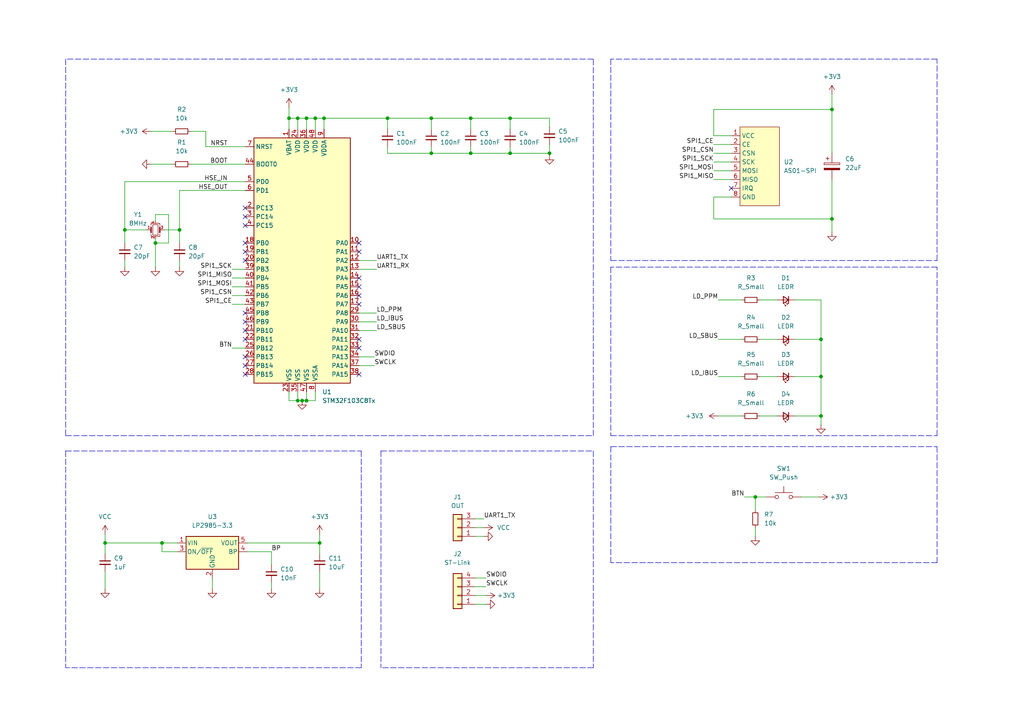
<source format=kicad_sch>
(kicad_sch (version 20211123) (generator eeschema)
  (paper "A4")
  (lib_symbols
    (symbol "Connector_Generic:Conn_01x03" (pin_names (offset 1.016) hide)
      (property "Reference" "J" (at 0 5.08 0))
      (property "Value" "Conn_01x03" (at 0 -5.08 0))
      (symbol "Conn_01x03_1_1"
        (rectangle (start -1.27 -2.413) (end 0 -2.667) (stroke (width 0.1524)))
        (rectangle (start -1.27 0.127) (end 0 -0.127) (stroke (width 0.1524)))
        (rectangle (start -1.27 2.667) (end 0 2.413) (stroke (width 0.1524)))
        (rectangle (start -1.27 3.81) (end 1.27 -3.81) (stroke (width 0.254)) (fill (type background)))
        (pin passive line (at -5.08 2.54 0) (length 3.81) (name "Pin_1") (number "1"))
        (pin passive line (at -5.08 0 0) (length 3.81) (name "Pin_2") (number "2"))
        (pin passive line (at -5.08 -2.54 0) (length 3.81) (name "Pin_3") (number "3"))
      )
    )
    (symbol "Connector_Generic:Conn_01x04" (pin_names (offset 1.016) hide)
      (property "Reference" "J" (at 0 5.08 0))
      (property "Value" "Conn_01x04" (at 0 -7.62 0))
      (symbol "Conn_01x04_1_1"
        (rectangle (start -1.27 -4.953) (end 0 -5.207) (stroke (width 0.1524)))
        (rectangle (start -1.27 -2.413) (end 0 -2.667) (stroke (width 0.1524)))
        (rectangle (start -1.27 0.127) (end 0 -0.127) (stroke (width 0.1524)))
        (rectangle (start -1.27 2.667) (end 0 2.413) (stroke (width 0.1524)))
        (rectangle (start -1.27 3.81) (end 1.27 -6.35) (stroke (width 0.254)) (fill (type background)))
        (pin passive line (at -5.08 2.54 0) (length 3.81) (name "Pin_1") (number "1"))
        (pin passive line (at -5.08 0 0) (length 3.81) (name "Pin_2") (number "2"))
        (pin passive line (at -5.08 -2.54 0) (length 3.81) (name "Pin_3") (number "3"))
        (pin passive line (at -5.08 -5.08 0) (length 3.81) (name "Pin_4") (number "4"))
      )
    )
    (symbol "Device:C_Polarized" (pin_numbers hide) (pin_names (offset 0.254))
      (property "Reference" "C" (at 0.635 2.54 0))
      (property "Value" "C_Polarized" (at 0.635 -2.54 0))
      (symbol "C_Polarized_0_1"
        (rectangle (start -2.286 0.508) (end 2.286 1.016))
        (polyline (pts (xy -1.778 2.286) (xy -0.762 2.286)))
        (polyline (pts (xy -1.27 2.794) (xy -1.27 1.778)))
        (rectangle (start 2.286 -0.508) (end -2.286 -1.016) (fill (type outline)))
      )
      (symbol "C_Polarized_1_1"
        (pin passive line (at 0 3.81 270) (length 2.794) (name "~") (number "1"))
        (pin passive line (at 0 -3.81 90) (length 2.794) (name "~") (number "2"))
      )
    )
    (symbol "Device:C_Small" (pin_numbers hide) (pin_names (offset 0.254) hide)
      (property "Reference" "C" (at 0.254 1.778 0))
      (property "Value" "C_Small" (at 0.254 -2.032 0))
      (symbol "C_Small_0_1"
        (polyline (pts (xy -1.524 -0.508) (xy 1.524 -0.508)) (stroke (width 0.3302)))
        (polyline (pts (xy -1.524 0.508) (xy 1.524 0.508)) (stroke (width 0.3048)))
      )
      (symbol "C_Small_1_1"
        (pin passive line (at 0 2.54 270) (length 2.032) (name "~") (number "1"))
        (pin passive line (at 0 -2.54 90) (length 2.032) (name "~") (number "2"))
      )
    )
    (symbol "Device:Crystal_GND24_Small" (pin_names (offset 1.016) hide)
      (property "Reference" "Y" (at 1.27 4.445 0))
      (property "Value" "Crystal_GND24_Small" (at 1.27 2.54 0))
      (symbol "Crystal_GND24_Small_0_1"
        (rectangle (start -0.762 -1.524) (end 0.762 1.524))
        (polyline (pts (xy -1.27 -0.762) (xy -1.27 0.762)) (stroke (width 0.381)))
        (polyline (pts (xy 1.27 -0.762) (xy 1.27 0.762)) (stroke (width 0.381)))
        (polyline (pts (xy -1.27 -1.27) (xy -1.27 -1.905) (xy 1.27 -1.905) (xy 1.27 -1.27)))
        (polyline (pts (xy -1.27 1.27) (xy -1.27 1.905) (xy 1.27 1.905) (xy 1.27 1.27)))
      )
      (symbol "Crystal_GND24_Small_1_1"
        (pin passive line (at -2.54 0 0) (length 1.27) (name "1") (number "1"))
        (pin passive line (at 0 -2.54 90) (length 0.635) (name "2") (number "2"))
        (pin passive line (at 2.54 0 180) (length 1.27) (name "3") (number "3"))
        (pin passive line (at 0 2.54 270) (length 0.635) (name "4") (number "4"))
      )
    )
    (symbol "Device:LED_Small" (pin_numbers hide) (pin_names (offset 0.254) hide)
      (property "Reference" "D" (at -1.27 3.175 0))
      (property "Value" "LED_Small" (at -4.445 -2.54 0))
      (symbol "LED_Small_0_1"
        (polyline (pts (xy -0.762 -1.016) (xy -0.762 1.016)) (stroke (width 0.254)))
        (polyline (pts (xy 1.016 0) (xy -0.762 0)))
        (polyline (pts (xy 0.762 -1.016) (xy -0.762 0) (xy 0.762 1.016) (xy 0.762 -1.016)) (stroke (width 0.254)))
        (polyline (pts (xy 0 0.762) (xy -0.508 1.27) (xy -0.254 1.27) (xy -0.508 1.27) (xy -0.508 1.016)))
        (polyline (pts (xy 0.508 1.27) (xy 0 1.778) (xy 0.254 1.778) (xy 0 1.778) (xy 0 1.524)))
      )
      (symbol "LED_Small_1_1"
        (pin passive line (at -2.54 0 0) (length 1.778) (name "K") (number "1"))
        (pin passive line (at 2.54 0 180) (length 1.778) (name "A") (number "2"))
      )
    )
    (symbol "Device:R_Small" (pin_numbers hide) (pin_names (offset 0.254) hide)
      (property "Reference" "R" (at 0.762 0.508 0))
      (property "Value" "R_Small" (at 0.762 -1.016 0))
      (symbol "R_Small_0_1"
        (rectangle (start -0.762 1.778) (end 0.762 -1.778) (stroke (width 0.2032)))
      )
      (symbol "R_Small_1_1"
        (pin passive line (at 0 2.54 270) (length 0.762) (name "~") (number "1"))
        (pin passive line (at 0 -2.54 90) (length 0.762) (name "~") (number "2"))
      )
    )
    (symbol "MCU_ST_STM32F1:STM32F103C8Tx"
      (property "Reference" "U" (at -15.24 36.83 0))
      (property "Value" "STM32F103C8Tx" (at 7.62 36.83 0))
      (symbol "STM32F103C8Tx_0_1"
        (rectangle (start -15.24 -35.56) (end 12.7 35.56) (stroke (width 0.254)) (fill (type background)))
      )
      (symbol "STM32F103C8Tx_1_1"
        (pin power_in line (at -5.08 38.1 270) (length 2.54) (name "VBAT") (number "1"))
        (pin bidirectional line (at 15.24 5.08 180) (length 2.54) (name "PA0") (number "10"))
        (pin bidirectional line (at 15.24 2.54 180) (length 2.54) (name "PA1") (number "11"))
        (pin bidirectional line (at 15.24 0 180) (length 2.54) (name "PA2") (number "12"))
        (pin bidirectional line (at 15.24 -2.54 180) (length 2.54) (name "PA3") (number "13"))
        (pin bidirectional line (at 15.24 -5.08 180) (length 2.54) (name "PA4") (number "14"))
        (pin bidirectional line (at 15.24 -7.62 180) (length 2.54) (name "PA5") (number "15"))
        (pin bidirectional line (at 15.24 -10.16 180) (length 2.54) (name "PA6") (number "16"))
        (pin bidirectional line (at 15.24 -12.7 180) (length 2.54) (name "PA7") (number "17"))
        (pin bidirectional line (at -17.78 5.08 0) (length 2.54) (name "PB0") (number "18"))
        (pin bidirectional line (at -17.78 2.54 0) (length 2.54) (name "PB1") (number "19"))
        (pin bidirectional line (at -17.78 15.24 0) (length 2.54) (name "PC13") (number "2"))
        (pin bidirectional line (at -17.78 0 0) (length 2.54) (name "PB2") (number "20"))
        (pin bidirectional line (at -17.78 -20.32 0) (length 2.54) (name "PB10") (number "21"))
        (pin bidirectional line (at -17.78 -22.86 0) (length 2.54) (name "PB11") (number "22"))
        (pin power_in line (at -5.08 -38.1 90) (length 2.54) (name "VSS") (number "23"))
        (pin power_in line (at -2.54 38.1 270) (length 2.54) (name "VDD") (number "24"))
        (pin bidirectional line (at -17.78 -25.4 0) (length 2.54) (name "PB12") (number "25"))
        (pin bidirectional line (at -17.78 -27.94 0) (length 2.54) (name "PB13") (number "26"))
        (pin bidirectional line (at -17.78 -30.48 0) (length 2.54) (name "PB14") (number "27"))
        (pin bidirectional line (at -17.78 -33.02 0) (length 2.54) (name "PB15") (number "28"))
        (pin bidirectional line (at 15.24 -15.24 180) (length 2.54) (name "PA8") (number "29"))
        (pin bidirectional line (at -17.78 12.7 0) (length 2.54) (name "PC14") (number "3"))
        (pin bidirectional line (at 15.24 -17.78 180) (length 2.54) (name "PA9") (number "30"))
        (pin bidirectional line (at 15.24 -20.32 180) (length 2.54) (name "PA10") (number "31"))
        (pin bidirectional line (at 15.24 -22.86 180) (length 2.54) (name "PA11") (number "32"))
        (pin bidirectional line (at 15.24 -25.4 180) (length 2.54) (name "PA12") (number "33"))
        (pin bidirectional line (at 15.24 -27.94 180) (length 2.54) (name "PA13") (number "34"))
        (pin power_in line (at -2.54 -38.1 90) (length 2.54) (name "VSS") (number "35"))
        (pin power_in line (at 0 38.1 270) (length 2.54) (name "VDD") (number "36"))
        (pin bidirectional line (at 15.24 -30.48 180) (length 2.54) (name "PA14") (number "37"))
        (pin bidirectional line (at 15.24 -33.02 180) (length 2.54) (name "PA15") (number "38"))
        (pin bidirectional line (at -17.78 -2.54 0) (length 2.54) (name "PB3") (number "39"))
        (pin bidirectional line (at -17.78 10.16 0) (length 2.54) (name "PC15") (number "4"))
        (pin bidirectional line (at -17.78 -5.08 0) (length 2.54) (name "PB4") (number "40"))
        (pin bidirectional line (at -17.78 -7.62 0) (length 2.54) (name "PB5") (number "41"))
        (pin bidirectional line (at -17.78 -10.16 0) (length 2.54) (name "PB6") (number "42"))
        (pin bidirectional line (at -17.78 -12.7 0) (length 2.54) (name "PB7") (number "43"))
        (pin input line (at -17.78 27.94 0) (length 2.54) (name "BOOT0") (number "44"))
        (pin bidirectional line (at -17.78 -15.24 0) (length 2.54) (name "PB8") (number "45"))
        (pin bidirectional line (at -17.78 -17.78 0) (length 2.54) (name "PB9") (number "46"))
        (pin power_in line (at 0 -38.1 90) (length 2.54) (name "VSS") (number "47"))
        (pin power_in line (at 2.54 38.1 270) (length 2.54) (name "VDD") (number "48"))
        (pin input line (at -17.78 22.86 0) (length 2.54) (name "PD0") (number "5"))
        (pin input line (at -17.78 20.32 0) (length 2.54) (name "PD1") (number "6"))
        (pin input line (at -17.78 33.02 0) (length 2.54) (name "NRST") (number "7"))
        (pin power_in line (at 2.54 -38.1 90) (length 2.54) (name "VSSA") (number "8"))
        (pin power_in line (at 5.08 38.1 270) (length 2.54) (name "VDDA") (number "9"))
      )
    )
    (symbol "Regulator_Linear:LP2985-3.3" (pin_names (offset 0.254))
      (property "Reference" "U" (at -6.35 5.715 0))
      (property "Value" "LP2985-3.3" (at 0 5.715 0))
      (symbol "LP2985-3.3_0_1"
        (rectangle (start -7.62 -5.08) (end 7.62 4.445) (stroke (width 0.254)) (fill (type background)))
      )
      (symbol "LP2985-3.3_1_1"
        (pin power_in line (at -10.16 2.54 0) (length 2.54) (name "VIN") (number "1"))
        (pin power_in line (at 0 -7.62 90) (length 2.54) (name "GND") (number "2"))
        (pin input line (at -10.16 0 0) (length 2.54) (name "ON/~{OFF}") (number "3"))
        (pin input line (at 10.16 0 180) (length 2.54) (name "BP") (number "4"))
        (pin power_out line (at 10.16 2.54 180) (length 2.54) (name "VOUT") (number "5"))
      )
    )
    (symbol "Switch:SW_Push" (pin_numbers hide) (pin_names (offset 1.016) hide)
      (property "Reference" "SW" (at 1.27 2.54 0))
      (property "Value" "SW_Push" (at 0 -1.524 0))
      (symbol "SW_Push_0_1"
        (circle (center -2.032 0) (radius 0.508))
        (polyline (pts (xy 0 1.27) (xy 0 3.048)))
        (polyline (pts (xy 2.54 1.27) (xy -2.54 1.27)))
        (circle (center 2.032 0) (radius 0.508))
        (pin passive line (at -5.08 0 0) (length 2.54) (name "1") (number "1"))
        (pin passive line (at 5.08 0 180) (length 2.54) (name "2") (number "2"))
      )
    )
    (symbol "myCustomLibs:AS01-SPI"
      (property "Reference" "U" (at -10.16 -13.97 0))
      (property "Value" "AS01-SPI" (at -10.16 -16.51 0))
      (symbol "AS01-SPI_0_1"
        (rectangle (start -16.51 10.16) (end -5.08 -12.7) (fill (type background)))
      )
      (symbol "AS01-SPI_1_1"
        (pin passive line (at -19.05 7.62 0) (length 2.54) (name "VCC") (number "1"))
        (pin passive line (at -19.05 5.08 0) (length 2.54) (name "CE") (number "2"))
        (pin passive line (at -19.05 2.54 0) (length 2.54) (name "CSN") (number "3"))
        (pin passive line (at -19.05 0 0) (length 2.54) (name "SCK") (number "4"))
        (pin passive line (at -19.05 -2.54 0) (length 2.54) (name "MOSI") (number "5"))
        (pin passive line (at -19.05 -5.08 0) (length 2.54) (name "MISO") (number "6"))
        (pin passive line (at -19.05 -7.62 0) (length 2.54) (name "IRQ") (number "7"))
        (pin passive line (at -19.05 -10.16 0) (length 2.54) (name "GND") (number "8"))
      )
    )
    (symbol "power:+3.3V" (power) (pin_names (offset 0))
      (property "Value" "+3.3V" (at 0 3.556 0))
      (symbol "+3.3V_0_1"
        (polyline (pts (xy -0.762 1.27) (xy 0 2.54)))
        (polyline (pts (xy 0 0) (xy 0 2.54)))
        (polyline (pts (xy 0 2.54) (xy 0.762 1.27)))
      )
      (symbol "+3.3V_1_1"
        (pin power_in line (at 0 0 90) (length 0) hide (name "+3V3") (number "1"))
      )
    )
    (symbol "power:GND" (power) (pin_names (offset 0))
      (property "Value" "GND" (at 0 -3.81 0))
      (symbol "GND_0_1"
        (polyline (pts (xy 0 0) (xy 0 -1.27) (xy 1.27 -1.27) (xy 0 -2.54) (xy -1.27 -1.27) (xy 0 -1.27)))
      )
      (symbol "GND_1_1"
        (pin power_in line (at 0 0 270) (length 0) hide (name "GND") (number "1"))
      )
    )
    (symbol "power:VCC" (power) (pin_names (offset 0))
      (property "Value" "VCC" (at 0 3.81 0))
      (symbol "VCC_0_1"
        (polyline (pts (xy -0.762 1.27) (xy 0 2.54)))
        (polyline (pts (xy 0 0) (xy 0 2.54)))
        (polyline (pts (xy 0 2.54) (xy 0.762 1.27)))
      )
      (symbol "VCC_1_1"
        (pin power_in line (at 0 0 90) (length 0) hide (name "VCC") (number "1"))
      )
    )
  )
  (junction (at 36.195 66.675))
  (junction (at 88.9 116.205))
  (junction (at 83.82 34.29))
  (junction (at 45.085 70.485))
  (junction (at 241.3 31.75))
  (junction (at 86.36 116.205))
  (junction (at 52.07 66.675))
  (junction (at 238.125 120.65))
  (junction (at 219.075 144.145))
  (junction (at 30.48 157.48))
  (junction (at 87.63 116.205))
  (junction (at 147.955 34.29))
  (junction (at 88.9 34.29))
  (junction (at 241.3 63.5))
  (junction (at 112.395 34.29))
  (junction (at 86.36 34.29))
  (junction (at 159.385 44.45))
  (junction (at 93.98 34.29))
  (junction (at 238.125 109.22))
  (junction (at 238.125 98.425))
  (junction (at 136.525 34.29))
  (junction (at 91.44 34.29))
  (junction (at 125.095 34.29))
  (junction (at 147.955 44.45))
  (junction (at 46.99 157.48))
  (junction (at 125.095 44.45))
  (junction (at 92.71 157.48))
  (junction (at 136.525 44.45))
  (no_connect (at 104.14 108.585))
  (no_connect (at 71.12 95.885))
  (no_connect (at 71.12 70.485))
  (no_connect (at 104.14 100.965))
  (no_connect (at 104.14 98.425))
  (no_connect (at 104.14 73.025))
  (no_connect (at 104.14 70.485))
  (no_connect (at 71.12 60.325))
  (no_connect (at 71.12 62.865))
  (no_connect (at 71.12 65.405))
  (no_connect (at 71.12 106.045))
  (no_connect (at 71.12 108.585))
  (no_connect (at 71.12 103.505))
  (no_connect (at 71.12 98.425))
  (no_connect (at 71.12 73.025))
  (no_connect (at 71.12 93.345))
  (no_connect (at 104.14 80.645))
  (no_connect (at 104.14 85.725))
  (no_connect (at 104.14 83.185))
  (no_connect (at 104.14 88.265))
  (no_connect (at 71.12 90.805))
  (no_connect (at 71.12 75.565))
  (no_connect (at 212.09 54.61))
  (wire (pts (xy 36.195 70.485) (xy 36.195 66.675)))
  (wire (pts (xy 230.505 98.425) (xy 238.125 98.425)))
  (wire (pts (xy 45.085 62.23) (xy 48.895 62.23)))
  (wire (pts (xy 91.44 34.29) (xy 91.44 37.465)))
  (wire (pts (xy 136.525 44.45) (xy 147.955 44.45)))
  (wire (pts (xy 125.095 42.545) (xy 125.095 44.45)))
  (polyline (pts (xy 172.085 126.365) (xy 172.085 17.145)))
  (wire (pts (xy 159.385 44.45) (xy 159.385 45.085)))
  (polyline (pts (xy 19.05 130.81) (xy 104.775 130.81)))
  (wire (pts (xy 136.525 37.465) (xy 136.525 34.29)))
  (wire (pts (xy 208.28 120.65) (xy 215.265 120.65)))
  (polyline (pts (xy 271.78 75.565) (xy 271.78 17.145)))
  (wire (pts (xy 136.525 34.29) (xy 147.955 34.29)))
  (wire (pts (xy 46.99 157.48) (xy 51.435 157.48)))
  (polyline (pts (xy 172.085 193.675) (xy 110.49 193.675)))
  (wire (pts (xy 112.395 44.45) (xy 125.095 44.45)))
  (wire (pts (xy 241.3 31.75) (xy 241.3 44.45)))
  (wire (pts (xy 147.955 42.545) (xy 147.955 44.45)))
  (wire (pts (xy 208.28 86.995) (xy 215.265 86.995)))
  (wire (pts (xy 241.3 63.5) (xy 241.3 67.31)))
  (wire (pts (xy 61.595 167.64) (xy 61.595 170.815)))
  (wire (pts (xy 207.01 63.5) (xy 207.01 57.15)))
  (wire (pts (xy 78.74 163.83) (xy 78.74 160.02)))
  (wire (pts (xy 67.31 85.725) (xy 71.12 85.725)))
  (wire (pts (xy 112.395 42.545) (xy 112.395 44.45)))
  (wire (pts (xy 88.9 34.29) (xy 88.9 37.465)))
  (wire (pts (xy 147.955 34.29) (xy 159.385 34.29)))
  (wire (pts (xy 86.36 113.665) (xy 86.36 116.205)))
  (wire (pts (xy 45.085 69.215) (xy 45.085 70.485)))
  (wire (pts (xy 104.14 95.885) (xy 109.22 95.885)))
  (wire (pts (xy 52.07 66.675) (xy 52.07 70.485)))
  (wire (pts (xy 112.395 34.29) (xy 125.095 34.29)))
  (wire (pts (xy 55.245 47.625) (xy 71.12 47.625)))
  (wire (pts (xy 104.14 106.045) (xy 108.585 106.045)))
  (wire (pts (xy 238.125 109.22) (xy 238.125 120.65)))
  (wire (pts (xy 104.14 75.565) (xy 109.22 75.565)))
  (wire (pts (xy 36.195 66.675) (xy 36.195 52.705)))
  (wire (pts (xy 137.795 170.18) (xy 140.97 170.18)))
  (wire (pts (xy 159.385 41.91) (xy 159.385 44.45)))
  (wire (pts (xy 30.48 165.735) (xy 30.48 170.815)))
  (wire (pts (xy 47.625 66.675) (xy 52.07 66.675)))
  (polyline (pts (xy 19.05 126.365) (xy 172.085 126.365)))
  (wire (pts (xy 86.36 34.29) (xy 86.36 37.465)))
  (wire (pts (xy 91.44 113.665) (xy 91.44 116.205)))
  (wire (pts (xy 208.28 98.425) (xy 215.265 98.425)))
  (wire (pts (xy 125.095 34.29) (xy 125.095 37.465)))
  (wire (pts (xy 67.31 88.265) (xy 71.12 88.265)))
  (wire (pts (xy 71.12 55.245) (xy 52.07 55.245)))
  (wire (pts (xy 137.795 167.64) (xy 140.97 167.64)))
  (polyline (pts (xy 177.165 17.145) (xy 177.165 75.565)))
  (wire (pts (xy 83.82 31.115) (xy 83.82 34.29)))
  (wire (pts (xy 147.955 34.29) (xy 147.955 37.465)))
  (wire (pts (xy 91.44 34.29) (xy 93.98 34.29)))
  (wire (pts (xy 207.01 49.53) (xy 212.09 49.53)))
  (wire (pts (xy 125.095 44.45) (xy 136.525 44.45)))
  (polyline (pts (xy 104.775 193.675) (xy 19.05 193.675)))
  (wire (pts (xy 78.74 168.91) (xy 78.74 170.815)))
  (wire (pts (xy 86.36 116.205) (xy 87.63 116.205)))
  (wire (pts (xy 207.01 46.99) (xy 212.09 46.99)))
  (wire (pts (xy 83.82 116.205) (xy 86.36 116.205)))
  (wire (pts (xy 71.755 157.48) (xy 92.71 157.48)))
  (wire (pts (xy 159.385 34.29) (xy 159.385 36.83)))
  (wire (pts (xy 36.195 66.675) (xy 42.545 66.675)))
  (wire (pts (xy 232.41 144.145) (xy 237.49 144.145)))
  (wire (pts (xy 230.505 109.22) (xy 238.125 109.22)))
  (wire (pts (xy 219.075 153.035) (xy 219.075 155.575)))
  (wire (pts (xy 78.74 160.02) (xy 71.755 160.02)))
  (wire (pts (xy 93.98 34.29) (xy 93.98 37.465)))
  (wire (pts (xy 207.01 57.15) (xy 212.09 57.15)))
  (wire (pts (xy 238.125 120.65) (xy 238.125 123.19)))
  (wire (pts (xy 88.9 34.29) (xy 91.44 34.29)))
  (wire (pts (xy 137.795 175.26) (xy 140.97 175.26)))
  (wire (pts (xy 30.48 160.655) (xy 30.48 157.48)))
  (wire (pts (xy 86.36 34.29) (xy 88.9 34.29)))
  (wire (pts (xy 59.69 38.1) (xy 59.69 42.545)))
  (wire (pts (xy 212.09 39.37) (xy 207.01 39.37)))
  (polyline (pts (xy 19.05 17.145) (xy 19.05 126.365)))
  (wire (pts (xy 36.195 52.705) (xy 71.12 52.705)))
  (wire (pts (xy 104.14 90.805) (xy 109.22 90.805)))
  (wire (pts (xy 241.3 27.305) (xy 241.3 31.75)))
  (wire (pts (xy 52.07 55.245) (xy 52.07 66.675)))
  (wire (pts (xy 238.125 98.425) (xy 238.125 109.22)))
  (polyline (pts (xy 177.165 129.54) (xy 271.78 129.54)))
  (wire (pts (xy 137.795 155.575) (xy 140.335 155.575)))
  (wire (pts (xy 91.44 116.205) (xy 88.9 116.205)))
  (polyline (pts (xy 172.085 17.145) (xy 19.05 17.145)))
  (wire (pts (xy 45.085 70.485) (xy 45.085 77.47)))
  (wire (pts (xy 43.815 38.1) (xy 50.165 38.1)))
  (wire (pts (xy 136.525 42.545) (xy 136.525 44.45)))
  (wire (pts (xy 52.07 75.565) (xy 52.07 77.47)))
  (wire (pts (xy 125.095 34.29) (xy 136.525 34.29)))
  (wire (pts (xy 220.345 98.425) (xy 225.425 98.425)))
  (polyline (pts (xy 271.78 126.365) (xy 271.78 77.47)))
  (polyline (pts (xy 172.085 130.81) (xy 172.085 193.675)))
  (wire (pts (xy 137.795 150.495) (xy 140.335 150.495)))
  (polyline (pts (xy 177.165 126.365) (xy 271.78 126.365)))
  (wire (pts (xy 208.28 109.22) (xy 215.265 109.22)))
  (wire (pts (xy 36.195 75.565) (xy 36.195 77.47)))
  (wire (pts (xy 92.71 165.735) (xy 92.71 170.815)))
  (polyline (pts (xy 271.78 17.145) (xy 177.165 17.145)))
  (wire (pts (xy 83.82 37.465) (xy 83.82 34.29)))
  (wire (pts (xy 48.895 62.23) (xy 48.895 70.485)))
  (polyline (pts (xy 177.165 129.54) (xy 177.165 163.195)))
  (wire (pts (xy 147.955 44.45) (xy 159.385 44.45)))
  (wire (pts (xy 46.99 160.02) (xy 46.99 157.48)))
  (polyline (pts (xy 104.775 130.81) (xy 104.775 193.675)))
  (wire (pts (xy 104.14 103.505) (xy 108.585 103.505)))
  (wire (pts (xy 207.01 41.91) (xy 212.09 41.91)))
  (wire (pts (xy 220.345 86.995) (xy 225.425 86.995)))
  (polyline (pts (xy 271.78 77.47) (xy 177.165 77.47)))
  (wire (pts (xy 83.82 34.29) (xy 86.36 34.29)))
  (wire (pts (xy 104.14 93.345) (xy 109.22 93.345)))
  (polyline (pts (xy 110.49 130.81) (xy 172.085 130.81)))
  (wire (pts (xy 59.69 42.545) (xy 71.12 42.545)))
  (wire (pts (xy 230.505 86.995) (xy 238.125 86.995)))
  (wire (pts (xy 48.895 70.485) (xy 45.085 70.485)))
  (wire (pts (xy 93.98 34.29) (xy 112.395 34.29)))
  (wire (pts (xy 137.795 153.035) (xy 140.335 153.035)))
  (wire (pts (xy 207.01 39.37) (xy 207.01 31.75)))
  (wire (pts (xy 43.815 47.625) (xy 50.165 47.625)))
  (wire (pts (xy 45.085 64.135) (xy 45.085 62.23)))
  (wire (pts (xy 67.31 100.965) (xy 71.12 100.965)))
  (wire (pts (xy 67.31 83.185) (xy 71.12 83.185)))
  (polyline (pts (xy 19.05 130.81) (xy 19.05 193.675)))
  (polyline (pts (xy 110.49 130.81) (xy 110.49 193.675)))
  (wire (pts (xy 88.9 116.205) (xy 87.63 116.205)))
  (wire (pts (xy 207.01 52.07) (xy 212.09 52.07)))
  (wire (pts (xy 230.505 120.65) (xy 238.125 120.65)))
  (wire (pts (xy 207.01 31.75) (xy 241.3 31.75)))
  (wire (pts (xy 220.345 109.22) (xy 225.425 109.22)))
  (wire (pts (xy 83.82 113.665) (xy 83.82 116.205)))
  (wire (pts (xy 241.3 63.5) (xy 207.01 63.5)))
  (wire (pts (xy 220.345 120.65) (xy 225.425 120.65)))
  (polyline (pts (xy 177.165 75.565) (xy 271.78 75.565)))
  (polyline (pts (xy 271.78 163.195) (xy 177.165 163.195)))
  (wire (pts (xy 51.435 160.02) (xy 46.99 160.02)))
  (wire (pts (xy 92.71 157.48) (xy 92.71 160.655)))
  (wire (pts (xy 219.075 144.145) (xy 222.25 144.145)))
  (wire (pts (xy 207.01 44.45) (xy 212.09 44.45)))
  (wire (pts (xy 137.795 172.72) (xy 140.97 172.72)))
  (wire (pts (xy 241.3 52.07) (xy 241.3 63.5)))
  (wire (pts (xy 219.075 147.955) (xy 219.075 144.145)))
  (wire (pts (xy 67.31 80.645) (xy 71.12 80.645)))
  (wire (pts (xy 30.48 157.48) (xy 46.99 157.48)))
  (wire (pts (xy 219.075 144.145) (xy 215.9 144.145)))
  (wire (pts (xy 67.31 78.105) (xy 71.12 78.105)))
  (wire (pts (xy 55.245 38.1) (xy 59.69 38.1)))
  (wire (pts (xy 30.48 154.94) (xy 30.48 157.48)))
  (wire (pts (xy 112.395 34.29) (xy 112.395 37.465)))
  (wire (pts (xy 92.71 154.94) (xy 92.71 157.48)))
  (wire (pts (xy 88.9 113.665) (xy 88.9 116.205)))
  (wire (pts (xy 238.125 86.995) (xy 238.125 98.425)))
  (polyline (pts (xy 271.78 129.54) (xy 271.78 163.195)))
  (wire (pts (xy 104.14 78.105) (xy 109.22 78.105)))
  (polyline (pts (xy 177.165 77.47) (xy 177.165 126.365)))
  (label "LD_IBUS" (at 208.28 109.22 180))
  (label "SPI1_CE" (at 67.31 88.265 180))
  (label "HSE_IN" (at 66.04 52.705 180))
  (label "SWDIO" (at 108.585 103.505 0))
  (label "LD_PPM" (at 208.28 86.995 180))
  (label "SPI1_CE" (at 207.01 41.91 180))
  (label "SPI1_MOSI" (at 207.01 49.53 180))
  (label "UART1_TX" (at 109.22 75.565 0))
  (label "SWDIO" (at 140.97 167.64 0))
  (label "LD_SBUS" (at 208.28 98.425 180))
  (label "NRST" (at 66.04 42.545 180))
  (label "BOOT" (at 66.04 47.625 180))
  (label "SPI1_MOSI" (at 67.31 83.185 180))
  (label "BP" (at 78.74 160.02 0))
  (label "SPI1_CSN" (at 67.31 85.725 180))
  (label "SPI1_SCK" (at 67.31 78.105 180))
  (label "SPI1_MISO" (at 207.01 52.07 180))
  (label "UART1_RX" (at 109.22 78.105 0))
  (label "LD_PPM" (at 109.22 90.805 0))
  (label "BTN" (at 215.9 144.145 180))
  (label "LD_IBUS" (at 109.22 93.345 0))
  (label "SPI1_MISO" (at 67.31 80.645 180))
  (label "HSE_OUT" (at 66.04 55.245 180))
  (label "SPI1_CSN" (at 207.01 44.45 180))
  (label "LD_SBUS" (at 109.22 95.885 0))
  (label "UART1_TX" (at 140.335 150.495 0))
  (label "SWCLK" (at 140.97 170.18 0))
  (label "BTN" (at 67.31 100.965 180))
  (label "SWCLK" (at 108.585 106.045 0))
  (label "SPI1_SCK" (at 207.01 46.99 180))
  (symbol (lib_id "MCU_ST_STM32F1:STM32F103C8Tx") (at 88.9 75.565 0) (unit 1)
    (property "Reference" "U1" (at 93.4594 113.665 0) (effects (justify left)))
    (property "Value" "STM32F103C8Tx" (at 93.4594 116.205 0) (effects (justify left)))
    (property "Footprint" "Package_QFP:LQFP-48_7x7mm_P0.5mm" (effects hide))
    (property "Datasheet" "http://www.st.com/st-web-ui/static/active/en/resource/technical/document/datasheet/CD00161566.pdf" (effects hide))
  )
  (symbol (lib_id "Device:R_Small") (at 217.805 109.22 90) (unit 1)
    (property "Reference" "R5" (at 217.805 102.87 90))
    (property "Value" "R_Small" (at 217.805 105.41 90))
    (property "Footprint" "Resistor_SMD:R_0603_1608Metric" (effects hide))
  )
  (symbol (lib_id "Device:LED_Small") (at 227.965 98.425 180) (unit 1)
    (property "Reference" "D2" (at 227.9015 92.075 0))
    (property "Value" "LEDR" (at 227.9015 94.615 0))
    (property "Footprint" "LED_SMD:LED_0603_1608Metric" (effects hide))
  )
  (symbol (lib_id "Device:C_Small") (at 125.095 40.005 0) (unit 1)
    (property "Reference" "C2" (at 127.635 38.7412 0) (effects (justify left)))
    (property "Value" "100nF" (at 127.635 41.2812 0) (effects (justify left)))
    (property "Footprint" "Capacitor_SMD:C_0603_1608Metric" (effects hide))
  )
  (symbol (lib_id "power:+3.3V") (at 237.49 144.145 270) (unit 1)
    (property "Reference" "#PWR012" (effects hide))
    (property "Value" "+3.3V" (at 240.665 144.1449 90) (effects (justify left)))
  )
  (symbol (lib_id "Device:R_Small") (at 52.705 38.1 90) (unit 1)
    (property "Reference" "R2" (at 52.705 31.75 90))
    (property "Value" "10k" (at 52.705 34.29 90))
    (property "Footprint" "Resistor_SMD:R_0603_1608Metric" (effects hide))
  )
  (symbol (lib_id "power:GND") (at 45.085 77.47 0) (unit 1)
    (property "Reference" "#PWR08" (effects hide))
    (property "Value" "GND" (effects hide))
  )
  (symbol (lib_id "Connector_Generic:Conn_01x04") (at 132.715 172.72 180) (unit 1)
    (property "Reference" "J2" (at 132.715 160.655 0))
    (property "Value" "ST-Link" (at 132.715 163.195 0))
    (property "Footprint" "myCustomLibs:ConPadx04-1.5mm" (effects hide))
  )
  (symbol (lib_id "power:GND") (at 92.71 170.815 0) (unit 1)
    (property "Reference" "#PWR020" (effects hide))
    (property "Value" "GND" (effects hide))
  )
  (symbol (lib_id "power:GND") (at 140.335 155.575 90) (unit 1)
    (property "Reference" "#PWR022" (effects hide))
    (property "Value" "GND" (effects hide))
  )
  (symbol (lib_id "power:GND") (at 36.195 77.47 0) (unit 1)
    (property "Reference" "#PWR07" (effects hide))
    (property "Value" "GND" (effects hide))
  )
  (symbol (lib_id "Device:R_Small") (at 217.805 86.995 90) (unit 1)
    (property "Reference" "R3" (at 217.805 80.645 90))
    (property "Value" "R_Small" (at 217.805 83.185 90))
    (property "Footprint" "Resistor_SMD:R_0603_1608Metric" (effects hide))
  )
  (symbol (lib_id "Switch:SW_Push") (at 227.33 144.145 0) (unit 1)
    (property "Reference" "SW1" (at 227.33 135.89 0))
    (property "Value" "SW_Push" (at 227.33 138.43 0))
    (property "Footprint" "Button_Switch_SMD:Panasonic_EVQPUM_EVQPUD" (effects hide))
  )
  (symbol (lib_id "Device:R_Small") (at 217.805 98.425 90) (unit 1)
    (property "Reference" "R4" (at 217.805 92.075 90))
    (property "Value" "R_Small" (at 217.805 94.615 90))
    (property "Footprint" "Resistor_SMD:R_0603_1608Metric" (effects hide))
  )
  (symbol (lib_id "Device:C_Small") (at 147.955 40.005 0) (unit 1)
    (property "Reference" "C4" (at 150.495 38.7412 0) (effects (justify left)))
    (property "Value" "100nF" (at 150.495 41.2812 0) (effects (justify left)))
    (property "Footprint" "Capacitor_SMD:C_0603_1608Metric" (effects hide))
  )
  (symbol (lib_id "power:VCC") (at 140.335 153.035 270) (unit 1)
    (property "Reference" "#PWR021" (effects hide))
    (property "Value" "VCC" (at 144.145 153.0349 90) (effects (justify left)))
  )
  (symbol (lib_id "Device:C_Small") (at 30.48 163.195 0) (unit 1)
    (property "Reference" "C9" (at 33.02 161.9312 0) (effects (justify left)))
    (property "Value" "1uF" (at 33.02 164.4712 0) (effects (justify left)))
    (property "Footprint" "Capacitor_SMD:C_0603_1608Metric" (effects hide))
  )
  (symbol (lib_id "power:GND") (at 52.07 77.47 0) (unit 1)
    (property "Reference" "#PWR09" (effects hide))
    (property "Value" "GND" (effects hide))
  )
  (symbol (lib_id "power:+3.3V") (at 83.82 31.115 0) (unit 1)
    (property "Reference" "#PWR04" (effects hide))
    (property "Value" "+3.3V" (at 83.82 26.035 0))
  )
  (symbol (lib_id "power:GND") (at 61.595 170.815 0) (unit 1)
    (property "Reference" "#PWR017" (effects hide))
    (property "Value" "GND" (effects hide))
  )
  (symbol (lib_id "Device:LED_Small") (at 227.965 109.22 180) (unit 1)
    (property "Reference" "D3" (at 227.9015 102.87 0))
    (property "Value" "LEDR" (at 227.9015 105.41 0))
    (property "Footprint" "LED_SMD:LED_0603_1608Metric" (effects hide))
  )
  (symbol (lib_id "power:GND") (at 241.3 67.31 0) (unit 1)
    (property "Reference" "#PWR06" (effects hide))
    (property "Value" "GND" (effects hide))
  )
  (symbol (lib_id "Device:Crystal_GND24_Small") (at 45.085 66.675 0) (unit 1)
    (property "Reference" "Y1" (at 40.005 62.23 0))
    (property "Value" "8MHz" (at 40.005 64.77 0))
    (property "Footprint" "Crystal:Crystal_SMD_3225-4Pin_3.2x2.5mm" (effects hide))
  )
  (symbol (lib_id "power:+3.3V") (at 43.815 38.1 90) (unit 1)
    (property "Reference" "#PWR03" (effects hide))
    (property "Value" "+3.3V" (at 40.005 38.0999 90) (effects (justify left)))
  )
  (symbol (lib_id "Device:C_Small") (at 136.525 40.005 0) (unit 1)
    (property "Reference" "C3" (at 139.065 38.7412 0) (effects (justify left)))
    (property "Value" "100nF" (at 139.065 41.2812 0) (effects (justify left)))
    (property "Footprint" "Capacitor_SMD:C_0603_1608Metric" (effects hide))
  )
  (symbol (lib_id "power:GND") (at 219.075 155.575 0) (unit 1)
    (property "Reference" "#PWR011" (effects hide))
    (property "Value" "GND" (effects hide))
  )
  (symbol (lib_id "Device:C_Small") (at 52.07 73.025 0) (unit 1)
    (property "Reference" "C8" (at 54.61 71.7612 0) (effects (justify left)))
    (property "Value" "20pF" (at 54.61 74.3012 0) (effects (justify left)))
    (property "Footprint" "Capacitor_SMD:C_0603_1608Metric" (effects hide))
  )
  (symbol (lib_id "power:GND") (at 140.97 175.26 90) (unit 1)
    (property "Reference" "#PWR024" (effects hide))
    (property "Value" "GND" (effects hide))
  )
  (symbol (lib_id "power:GND") (at 159.385 45.085 0) (unit 1)
    (property "Reference" "#PWR02" (effects hide))
    (property "Value" "GND" (effects hide))
  )
  (symbol (lib_id "Device:R_Small") (at 219.075 150.495 180) (unit 1)
    (property "Reference" "R7" (at 221.615 149.2249 0) (effects (justify right)))
    (property "Value" "10k" (at 221.615 151.7649 0) (effects (justify right)))
    (property "Footprint" "Resistor_SMD:R_0603_1608Metric" (effects hide))
  )
  (symbol (lib_id "power:GND") (at 78.74 170.815 0) (unit 1)
    (property "Reference" "#PWR018" (effects hide))
    (property "Value" "GND" (effects hide))
  )
  (symbol (lib_id "power:GND") (at 87.63 116.205 0) (unit 1)
    (property "Reference" "#PWR010" (effects hide))
    (property "Value" "GND" (effects hide))
  )
  (symbol (lib_id "Connector_Generic:Conn_01x03") (at 132.715 153.035 180) (unit 1)
    (property "Reference" "J1" (at 132.715 144.145 0))
    (property "Value" "OUT" (at 132.715 146.685 0))
    (property "Footprint" "Connector_PinHeader_2.54mm:PinHeader_1x03_P2.54mm_Horizontal" (effects hide))
  )
  (symbol (lib_id "power:+3.3V") (at 241.3 27.305 0) (unit 1)
    (property "Reference" "#PWR05" (effects hide))
    (property "Value" "+3.3V" (at 241.3 22.225 0))
  )
  (symbol (lib_id "Device:R_Small") (at 52.705 47.625 90) (unit 1)
    (property "Reference" "R1" (at 52.705 41.275 90))
    (property "Value" "10k" (at 52.705 43.815 90))
    (property "Footprint" "Resistor_SMD:R_0603_1608Metric" (effects hide))
  )
  (symbol (lib_id "power:VCC") (at 30.48 154.94 0) (unit 1)
    (property "Reference" "#PWR015" (effects hide))
    (property "Value" "VCC" (at 30.48 149.86 0))
  )
  (symbol (lib_id "power:GND") (at 30.48 170.815 0) (unit 1)
    (property "Reference" "#PWR016" (effects hide))
    (property "Value" "GND" (effects hide))
  )
  (symbol (lib_id "power:+3.3V") (at 208.28 120.65 90) (unit 1)
    (property "Reference" "#PWR013" (effects hide))
    (property "Value" "+3.3V" (at 198.755 120.65 90) (effects (justify right)))
  )
  (symbol (lib_id "Device:LED_Small") (at 227.965 120.65 180) (unit 1)
    (property "Reference" "D4" (at 227.9015 114.3 0))
    (property "Value" "LEDR" (at 227.9015 116.84 0))
    (property "Footprint" "LED_SMD:LED_0603_1608Metric" (effects hide))
  )
  (symbol (lib_id "power:GND") (at 43.815 47.625 270) (unit 1)
    (property "Reference" "#PWR01" (effects hide))
    (property "Value" "GND" (effects hide))
  )
  (symbol (lib_id "Device:R_Small") (at 217.805 120.65 90) (unit 1)
    (property "Reference" "R6" (at 217.805 114.3 90))
    (property "Value" "R_Small" (at 217.805 116.84 90))
    (property "Footprint" "Resistor_SMD:R_0603_1608Metric" (effects hide))
  )
  (symbol (lib_id "myCustomLibs:AS01-SPI") (at 231.14 46.99 0) (unit 1)
    (property "Reference" "U2" (at 227.33 46.9899 0) (effects (justify left)))
    (property "Value" "AS01-SPI" (at 227.33 49.5299 0) (effects (justify left)))
    (property "Footprint" "myCustomLibs:AS01-SPI" (effects hide))
  )
  (symbol (lib_id "Device:C_Small") (at 159.385 39.37 0) (unit 1)
    (property "Reference" "C5" (at 161.925 38.1062 0) (effects (justify left)))
    (property "Value" "100nF" (at 161.925 40.6462 0) (effects (justify left)))
    (property "Footprint" "Capacitor_SMD:C_0603_1608Metric" (effects hide))
  )
  (symbol (lib_id "Device:C_Small") (at 112.395 40.005 0) (unit 1)
    (property "Reference" "C1" (at 114.935 38.7412 0) (effects (justify left)))
    (property "Value" "100nF" (at 114.935 41.2812 0) (effects (justify left)))
    (property "Footprint" "Capacitor_SMD:C_0603_1608Metric" (effects hide))
  )
  (symbol (lib_id "Device:LED_Small") (at 227.965 86.995 180) (unit 1)
    (property "Reference" "D1" (at 227.9015 80.645 0))
    (property "Value" "LEDR" (at 227.9015 83.185 0))
    (property "Footprint" "LED_SMD:LED_0603_1608Metric" (effects hide))
  )
  (symbol (lib_id "Device:C_Small") (at 36.195 73.025 0) (unit 1)
    (property "Reference" "C7" (at 38.735 71.7612 0) (effects (justify left)))
    (property "Value" "20pF" (at 38.735 74.3012 0) (effects (justify left)))
    (property "Footprint" "Capacitor_SMD:C_0603_1608Metric" (effects hide))
  )
  (symbol (lib_id "Regulator_Linear:LP2985-3.3") (at 61.595 160.02 0) (unit 1)
    (property "Reference" "U3" (at 61.595 149.86 0))
    (property "Value" "LP2985-3.3" (at 61.595 152.4 0))
    (property "Footprint" "Package_TO_SOT_SMD:SOT-23-5" (effects hide))
    (property "Datasheet" "http://www.ti.com/lit/ds/symlink/lp2985.pdf" (effects hide))
  )
  (symbol (lib_id "Device:C_Small") (at 92.71 163.195 0) (unit 1)
    (property "Reference" "C11" (at 95.25 161.9312 0) (effects (justify left)))
    (property "Value" "10uF" (at 95.25 164.4712 0) (effects (justify left)))
    (property "Footprint" "Capacitor_SMD:C_0805_2012Metric" (effects hide))
  )
  (symbol (lib_id "power:GND") (at 238.125 123.19 0) (unit 1)
    (property "Reference" "#PWR014" (effects hide))
    (property "Value" "GND" (effects hide))
  )
  (symbol (lib_id "Device:C_Polarized") (at 241.3 48.26 0) (unit 1)
    (property "Reference" "C6" (at 245.11 46.1009 0) (effects (justify left)))
    (property "Value" "22uF" (at 245.11 48.6409 0) (effects (justify left)))
    (property "Footprint" "Capacitor_Tantalum_SMD:CP_EIA-3216-10_Kemet-I" (effects hide))
  )
  (symbol (lib_id "power:+3.3V") (at 92.71 154.94 0) (unit 1)
    (property "Reference" "#PWR019" (effects hide))
    (property "Value" "+3.3V" (at 92.71 149.86 0))
  )
  (symbol (lib_id "Device:C_Small") (at 78.74 166.37 0) (unit 1)
    (property "Reference" "C10" (at 81.28 165.1062 0) (effects (justify left)))
    (property "Value" "10nF" (at 81.28 167.6462 0) (effects (justify left)))
    (property "Footprint" "Capacitor_SMD:C_0603_1608Metric" (effects hide))
  )
  (symbol (lib_id "power:+3.3V") (at 140.97 172.72 270) (unit 1)
    (property "Reference" "#PWR023" (effects hide))
    (property "Value" "+3.3V" (at 144.145 172.7199 90) (effects (justify left)))
  )
)
</source>
